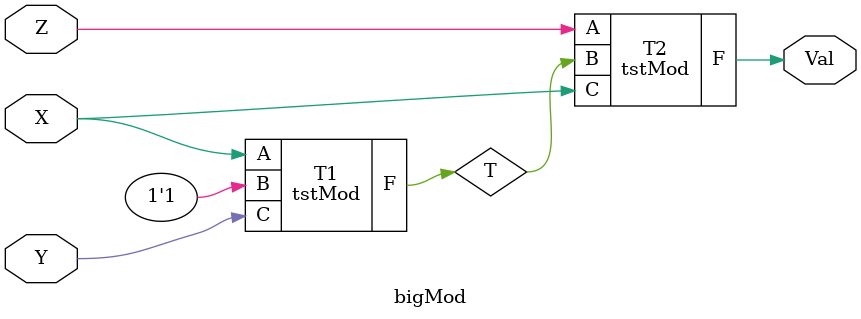
<source format=sv>
module tstMod(F, A, B, C);
	output logic F;
	input logic A, B, C;
	assign F = A | (B & ~C);
endmodule
module bigMod(Val, X, Y, Z);
	output logic Val;
	input logic X, Y, Z;
	logic T;
	tstMod T1 (.F(T), .A(X), .B(1'b1), .C(Y));
	tstMod T2 (.F(Val), .A(Z), .B(T), .C(X));
endmodule
</source>
